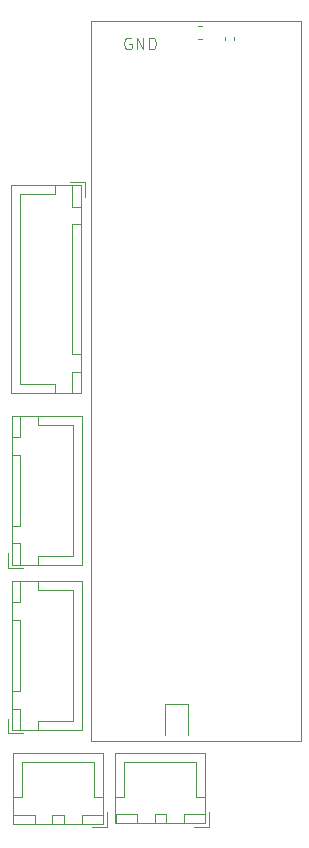
<source format=gbr>
%TF.GenerationSoftware,KiCad,Pcbnew,9.0.4*%
%TF.CreationDate,2025-10-31T11:16:09-04:00*%
%TF.ProjectId,Ethan PCB,45746861-6e20-4504-9342-2e6b69636164,rev?*%
%TF.SameCoordinates,Original*%
%TF.FileFunction,Legend,Top*%
%TF.FilePolarity,Positive*%
%FSLAX46Y46*%
G04 Gerber Fmt 4.6, Leading zero omitted, Abs format (unit mm)*
G04 Created by KiCad (PCBNEW 9.0.4) date 2025-10-31 11:16:09*
%MOMM*%
%LPD*%
G01*
G04 APERTURE LIST*
%ADD10C,0.100000*%
%ADD11C,0.120000*%
G04 APERTURE END LIST*
D10*
X91162693Y-37485038D02*
X91067455Y-37437419D01*
X91067455Y-37437419D02*
X90924598Y-37437419D01*
X90924598Y-37437419D02*
X90781741Y-37485038D01*
X90781741Y-37485038D02*
X90686503Y-37580276D01*
X90686503Y-37580276D02*
X90638884Y-37675514D01*
X90638884Y-37675514D02*
X90591265Y-37865990D01*
X90591265Y-37865990D02*
X90591265Y-38008847D01*
X90591265Y-38008847D02*
X90638884Y-38199323D01*
X90638884Y-38199323D02*
X90686503Y-38294561D01*
X90686503Y-38294561D02*
X90781741Y-38389800D01*
X90781741Y-38389800D02*
X90924598Y-38437419D01*
X90924598Y-38437419D02*
X91019836Y-38437419D01*
X91019836Y-38437419D02*
X91162693Y-38389800D01*
X91162693Y-38389800D02*
X91210312Y-38342180D01*
X91210312Y-38342180D02*
X91210312Y-38008847D01*
X91210312Y-38008847D02*
X91019836Y-38008847D01*
X91638884Y-38437419D02*
X91638884Y-37437419D01*
X91638884Y-37437419D02*
X92210312Y-38437419D01*
X92210312Y-38437419D02*
X92210312Y-37437419D01*
X92686503Y-38437419D02*
X92686503Y-37437419D01*
X92686503Y-37437419D02*
X92924598Y-37437419D01*
X92924598Y-37437419D02*
X93067455Y-37485038D01*
X93067455Y-37485038D02*
X93162693Y-37580276D01*
X93162693Y-37580276D02*
X93210312Y-37675514D01*
X93210312Y-37675514D02*
X93257931Y-37865990D01*
X93257931Y-37865990D02*
X93257931Y-38008847D01*
X93257931Y-38008847D02*
X93210312Y-38199323D01*
X93210312Y-38199323D02*
X93162693Y-38294561D01*
X93162693Y-38294561D02*
X93067455Y-38389800D01*
X93067455Y-38389800D02*
X92924598Y-38437419D01*
X92924598Y-38437419D02*
X92686503Y-38437419D01*
D11*
%TO.C,J2*%
X97750000Y-104250000D02*
X97750000Y-103000000D01*
X97460000Y-103960000D02*
X97460000Y-97990000D01*
X97460000Y-97990000D02*
X89840000Y-97990000D01*
X97450000Y-103950000D02*
X97450000Y-103200000D01*
X97450000Y-103200000D02*
X95650000Y-103200000D01*
X97450000Y-101700000D02*
X96700000Y-101700000D01*
X96700000Y-101700000D02*
X96700000Y-98750000D01*
X96700000Y-98750000D02*
X93650000Y-98750000D01*
X96500000Y-104250000D02*
X97750000Y-104250000D01*
X95650000Y-103950000D02*
X97450000Y-103950000D01*
X95650000Y-103200000D02*
X95650000Y-103950000D01*
X94150000Y-103950000D02*
X94150000Y-103200000D01*
X94150000Y-103200000D02*
X93150000Y-103200000D01*
X93150000Y-103950000D02*
X94150000Y-103950000D01*
X93150000Y-103200000D02*
X93150000Y-103950000D01*
X91650000Y-103950000D02*
X91650000Y-103200000D01*
X91650000Y-103200000D02*
X89850000Y-103200000D01*
X90600000Y-101700000D02*
X90600000Y-98750000D01*
X90600000Y-98750000D02*
X93650000Y-98750000D01*
X89850000Y-103950000D02*
X91650000Y-103950000D01*
X89850000Y-103200000D02*
X89850000Y-103950000D01*
X89850000Y-101700000D02*
X90600000Y-101700000D01*
X89840000Y-103960000D02*
X97460000Y-103960000D01*
X89840000Y-97990000D02*
X89840000Y-103960000D01*
D10*
%TO.C,Teensy4.1*%
X105575000Y-96985000D02*
X105575000Y-63965000D01*
X105575000Y-36025000D02*
X105575000Y-63965000D01*
X105575000Y-36025000D02*
X87795000Y-36025000D01*
X87795000Y-96985000D02*
X105575000Y-96985000D01*
X87795000Y-66505000D02*
X87795000Y-96985000D01*
X87795000Y-65235000D02*
X87795000Y-66505000D01*
X87795000Y-65235000D02*
X87795000Y-36025000D01*
D11*
%TO.C,J5*%
X80990000Y-49940000D02*
X80990000Y-67560000D01*
X80990000Y-67560000D02*
X86960000Y-67560000D01*
X81750000Y-50700000D02*
X81750000Y-58750000D01*
X81750000Y-66800000D02*
X81750000Y-58750000D01*
X84700000Y-49950000D02*
X84700000Y-50700000D01*
X84700000Y-50700000D02*
X81750000Y-50700000D01*
X84700000Y-66800000D02*
X81750000Y-66800000D01*
X84700000Y-67550000D02*
X84700000Y-66800000D01*
X86200000Y-49950000D02*
X86200000Y-51750000D01*
X86200000Y-51750000D02*
X86950000Y-51750000D01*
X86200000Y-53250000D02*
X86200000Y-64250000D01*
X86200000Y-64250000D02*
X86950000Y-64250000D01*
X86200000Y-65750000D02*
X86200000Y-67550000D01*
X86200000Y-67550000D02*
X86950000Y-67550000D01*
X86950000Y-49950000D02*
X86200000Y-49950000D01*
X86950000Y-51750000D02*
X86950000Y-49950000D01*
X86950000Y-53250000D02*
X86200000Y-53250000D01*
X86950000Y-64250000D02*
X86950000Y-53250000D01*
X86950000Y-65750000D02*
X86200000Y-65750000D01*
X86950000Y-67550000D02*
X86950000Y-65750000D01*
X86960000Y-49940000D02*
X80990000Y-49940000D01*
X86960000Y-67560000D02*
X86960000Y-49940000D01*
X87250000Y-49650000D02*
X86000000Y-49650000D01*
X87250000Y-50900000D02*
X87250000Y-49650000D01*
%TO.C,J4*%
X81190000Y-98015000D02*
X81190000Y-103985000D01*
X81190000Y-103985000D02*
X88810000Y-103985000D01*
X81200000Y-101725000D02*
X81950000Y-101725000D01*
X81200000Y-103225000D02*
X81200000Y-103975000D01*
X81200000Y-103975000D02*
X83000000Y-103975000D01*
X81950000Y-98775000D02*
X85000000Y-98775000D01*
X81950000Y-101725000D02*
X81950000Y-98775000D01*
X83000000Y-103225000D02*
X81200000Y-103225000D01*
X83000000Y-103975000D02*
X83000000Y-103225000D01*
X84500000Y-103225000D02*
X84500000Y-103975000D01*
X84500000Y-103975000D02*
X85500000Y-103975000D01*
X85500000Y-103225000D02*
X84500000Y-103225000D01*
X85500000Y-103975000D02*
X85500000Y-103225000D01*
X87000000Y-103225000D02*
X87000000Y-103975000D01*
X87000000Y-103975000D02*
X88800000Y-103975000D01*
X87850000Y-104275000D02*
X89100000Y-104275000D01*
X88050000Y-98775000D02*
X85000000Y-98775000D01*
X88050000Y-101725000D02*
X88050000Y-98775000D01*
X88800000Y-101725000D02*
X88050000Y-101725000D01*
X88800000Y-103225000D02*
X87000000Y-103225000D01*
X88800000Y-103975000D02*
X88800000Y-103225000D01*
X88810000Y-98015000D02*
X81190000Y-98015000D01*
X88810000Y-103985000D02*
X88810000Y-98015000D01*
X89100000Y-104275000D02*
X89100000Y-103025000D01*
%TO.C,D1*%
X94040000Y-93815000D02*
X94040000Y-96500000D01*
X95960000Y-93815000D02*
X94040000Y-93815000D01*
X95960000Y-96500000D02*
X95960000Y-93815000D01*
%TO.C,J3*%
X80750000Y-95100000D02*
X80750000Y-96350000D01*
X80750000Y-96350000D02*
X82000000Y-96350000D01*
X81040000Y-83440000D02*
X81040000Y-96060000D01*
X81040000Y-96060000D02*
X87010000Y-96060000D01*
X81050000Y-83450000D02*
X81050000Y-85250000D01*
X81050000Y-85250000D02*
X81800000Y-85250000D01*
X81050000Y-86750000D02*
X81050000Y-92750000D01*
X81050000Y-92750000D02*
X81800000Y-92750000D01*
X81050000Y-94250000D02*
X81050000Y-96050000D01*
X81050000Y-96050000D02*
X81800000Y-96050000D01*
X81800000Y-83450000D02*
X81050000Y-83450000D01*
X81800000Y-85250000D02*
X81800000Y-83450000D01*
X81800000Y-86750000D02*
X81050000Y-86750000D01*
X81800000Y-92750000D02*
X81800000Y-86750000D01*
X81800000Y-94250000D02*
X81050000Y-94250000D01*
X81800000Y-96050000D02*
X81800000Y-94250000D01*
X83300000Y-83450000D02*
X83300000Y-84200000D01*
X83300000Y-84200000D02*
X86250000Y-84200000D01*
X83300000Y-95300000D02*
X86250000Y-95300000D01*
X83300000Y-96050000D02*
X83300000Y-95300000D01*
X86250000Y-84200000D02*
X86250000Y-89750000D01*
X86250000Y-95300000D02*
X86250000Y-89750000D01*
X87010000Y-83440000D02*
X81040000Y-83440000D01*
X87010000Y-96060000D02*
X87010000Y-83440000D01*
%TO.C,R3*%
X99120000Y-37653641D02*
X99120000Y-37346359D01*
X99880000Y-37653641D02*
X99880000Y-37346359D01*
%TO.C,C1*%
X96859420Y-36490000D02*
X97140580Y-36490000D01*
X96859420Y-37510000D02*
X97140580Y-37510000D01*
%TO.C,J1*%
X80750000Y-81100000D02*
X80750000Y-82350000D01*
X80750000Y-82350000D02*
X82000000Y-82350000D01*
X81040000Y-69440000D02*
X81040000Y-82060000D01*
X81040000Y-82060000D02*
X87010000Y-82060000D01*
X81050000Y-69450000D02*
X81050000Y-71250000D01*
X81050000Y-71250000D02*
X81800000Y-71250000D01*
X81050000Y-72750000D02*
X81050000Y-78750000D01*
X81050000Y-78750000D02*
X81800000Y-78750000D01*
X81050000Y-80250000D02*
X81050000Y-82050000D01*
X81050000Y-82050000D02*
X81800000Y-82050000D01*
X81800000Y-69450000D02*
X81050000Y-69450000D01*
X81800000Y-71250000D02*
X81800000Y-69450000D01*
X81800000Y-72750000D02*
X81050000Y-72750000D01*
X81800000Y-78750000D02*
X81800000Y-72750000D01*
X81800000Y-80250000D02*
X81050000Y-80250000D01*
X81800000Y-82050000D02*
X81800000Y-80250000D01*
X83300000Y-69450000D02*
X83300000Y-70200000D01*
X83300000Y-70200000D02*
X86250000Y-70200000D01*
X83300000Y-81300000D02*
X86250000Y-81300000D01*
X83300000Y-82050000D02*
X83300000Y-81300000D01*
X86250000Y-70200000D02*
X86250000Y-75750000D01*
X86250000Y-81300000D02*
X86250000Y-75750000D01*
X87010000Y-69440000D02*
X81040000Y-69440000D01*
X87010000Y-82060000D02*
X87010000Y-69440000D01*
%TD*%
M02*

</source>
